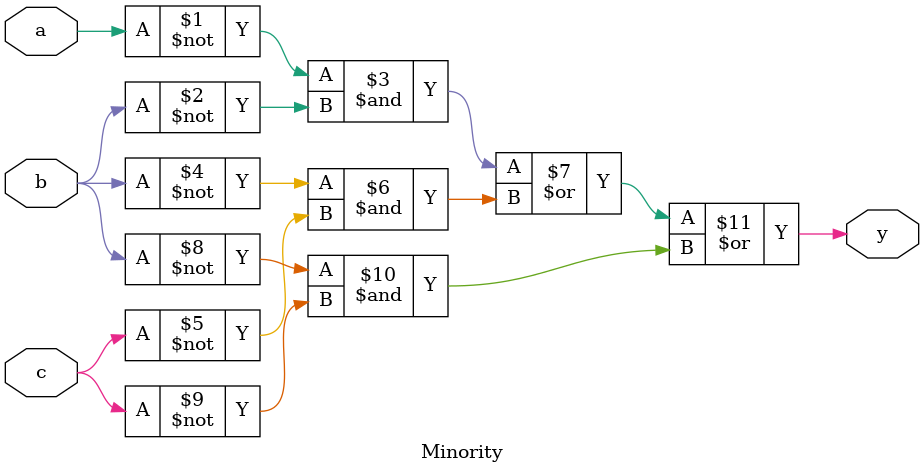
<source format=v>
`timescale 1ns / 1ps


module Minority
(
    input a, b, c,
    output y
);
    
    assign y = ~a & ~b | ~b & ~c | ~b & ~c;

endmodule

</source>
